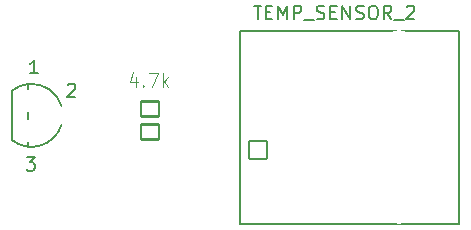
<source format=gto>
G04 #@! TF.GenerationSoftware,KiCad,Pcbnew,7.0.2*
G04 #@! TF.CreationDate,2024-01-01T15:48:02-07:00*
G04 #@! TF.ProjectId,Temperature Sensor Board 2,54656d70-6572-4617-9475-72652053656e,rev?*
G04 #@! TF.SameCoordinates,Original*
G04 #@! TF.FileFunction,Legend,Top*
G04 #@! TF.FilePolarity,Positive*
%FSLAX46Y46*%
G04 Gerber Fmt 4.6, Leading zero omitted, Abs format (unit mm)*
G04 Created by KiCad (PCBNEW 7.0.2) date 2024-01-01 15:48:02*
%MOMM*%
%LPD*%
G01*
G04 APERTURE LIST*
G04 Aperture macros list*
%AMRoundRect*
0 Rectangle with rounded corners*
0 $1 Rounding radius*
0 $2 $3 $4 $5 $6 $7 $8 $9 X,Y pos of 4 corners*
0 Add a 4 corners polygon primitive as box body*
4,1,4,$2,$3,$4,$5,$6,$7,$8,$9,$2,$3,0*
0 Add four circle primitives for the rounded corners*
1,1,$1+$1,$2,$3*
1,1,$1+$1,$4,$5*
1,1,$1+$1,$6,$7*
1,1,$1+$1,$8,$9*
0 Add four rect primitives between the rounded corners*
20,1,$1+$1,$2,$3,$4,$5,0*
20,1,$1+$1,$4,$5,$6,$7,0*
20,1,$1+$1,$6,$7,$8,$9,0*
20,1,$1+$1,$8,$9,$2,$3,0*%
%AMFreePoly0*
4,1,25,0.333266,0.742596,0.345389,0.732242,0.732242,0.345389,0.760749,0.289441,0.762000,0.273547,0.762000,-0.273547,0.742596,-0.333266,0.732242,-0.345389,0.345389,-0.732242,0.289441,-0.760749,0.273547,-0.762000,-0.273547,-0.762000,-0.333266,-0.742596,-0.345389,-0.732242,-0.732242,-0.345389,-0.760749,-0.289441,-0.762000,-0.273547,-0.762000,0.273547,-0.742596,0.333266,-0.732242,0.345389,
-0.345389,0.732242,-0.289441,0.760749,-0.273547,0.762000,0.273547,0.762000,0.333266,0.742596,0.333266,0.742596,$1*%
G04 Aperture macros list end*
%ADD10C,0.127000*%
%ADD11C,0.101600*%
%ADD12C,3.300000*%
%ADD13RoundRect,0.101600X0.754000X-0.754000X0.754000X0.754000X-0.754000X0.754000X-0.754000X-0.754000X0*%
%ADD14C,1.711200*%
%ADD15C,2.678200*%
%ADD16FreePoly0,270.000000*%
%ADD17RoundRect,0.101600X-0.750000X0.650000X-0.750000X-0.650000X0.750000X-0.650000X0.750000X0.650000X0*%
G04 APERTURE END LIST*
D10*
X133454497Y-84909472D02*
X134107640Y-84909472D01*
X133781068Y-86052472D02*
X133781068Y-84909472D01*
X134488639Y-85453758D02*
X134869639Y-85453758D01*
X135032925Y-86052472D02*
X134488639Y-86052472D01*
X134488639Y-86052472D02*
X134488639Y-84909472D01*
X134488639Y-84909472D02*
X135032925Y-84909472D01*
X135522782Y-86052472D02*
X135522782Y-84909472D01*
X135522782Y-84909472D02*
X135903782Y-85725901D01*
X135903782Y-85725901D02*
X136284782Y-84909472D01*
X136284782Y-84909472D02*
X136284782Y-86052472D01*
X136829068Y-86052472D02*
X136829068Y-84909472D01*
X136829068Y-84909472D02*
X137264497Y-84909472D01*
X137264497Y-84909472D02*
X137373354Y-84963901D01*
X137373354Y-84963901D02*
X137427783Y-85018329D01*
X137427783Y-85018329D02*
X137482211Y-85127186D01*
X137482211Y-85127186D02*
X137482211Y-85290472D01*
X137482211Y-85290472D02*
X137427783Y-85399329D01*
X137427783Y-85399329D02*
X137373354Y-85453758D01*
X137373354Y-85453758D02*
X137264497Y-85508186D01*
X137264497Y-85508186D02*
X136829068Y-85508186D01*
X137699926Y-86161329D02*
X138570783Y-86161329D01*
X138788497Y-85998044D02*
X138951783Y-86052472D01*
X138951783Y-86052472D02*
X139223925Y-86052472D01*
X139223925Y-86052472D02*
X139332783Y-85998044D01*
X139332783Y-85998044D02*
X139387211Y-85943615D01*
X139387211Y-85943615D02*
X139441640Y-85834758D01*
X139441640Y-85834758D02*
X139441640Y-85725901D01*
X139441640Y-85725901D02*
X139387211Y-85617044D01*
X139387211Y-85617044D02*
X139332783Y-85562615D01*
X139332783Y-85562615D02*
X139223925Y-85508186D01*
X139223925Y-85508186D02*
X139006211Y-85453758D01*
X139006211Y-85453758D02*
X138897354Y-85399329D01*
X138897354Y-85399329D02*
X138842925Y-85344901D01*
X138842925Y-85344901D02*
X138788497Y-85236044D01*
X138788497Y-85236044D02*
X138788497Y-85127186D01*
X138788497Y-85127186D02*
X138842925Y-85018329D01*
X138842925Y-85018329D02*
X138897354Y-84963901D01*
X138897354Y-84963901D02*
X139006211Y-84909472D01*
X139006211Y-84909472D02*
X139278354Y-84909472D01*
X139278354Y-84909472D02*
X139441640Y-84963901D01*
X139931496Y-85453758D02*
X140312496Y-85453758D01*
X140475782Y-86052472D02*
X139931496Y-86052472D01*
X139931496Y-86052472D02*
X139931496Y-84909472D01*
X139931496Y-84909472D02*
X140475782Y-84909472D01*
X140965639Y-86052472D02*
X140965639Y-84909472D01*
X140965639Y-84909472D02*
X141618782Y-86052472D01*
X141618782Y-86052472D02*
X141618782Y-84909472D01*
X142108640Y-85998044D02*
X142271926Y-86052472D01*
X142271926Y-86052472D02*
X142544068Y-86052472D01*
X142544068Y-86052472D02*
X142652926Y-85998044D01*
X142652926Y-85998044D02*
X142707354Y-85943615D01*
X142707354Y-85943615D02*
X142761783Y-85834758D01*
X142761783Y-85834758D02*
X142761783Y-85725901D01*
X142761783Y-85725901D02*
X142707354Y-85617044D01*
X142707354Y-85617044D02*
X142652926Y-85562615D01*
X142652926Y-85562615D02*
X142544068Y-85508186D01*
X142544068Y-85508186D02*
X142326354Y-85453758D01*
X142326354Y-85453758D02*
X142217497Y-85399329D01*
X142217497Y-85399329D02*
X142163068Y-85344901D01*
X142163068Y-85344901D02*
X142108640Y-85236044D01*
X142108640Y-85236044D02*
X142108640Y-85127186D01*
X142108640Y-85127186D02*
X142163068Y-85018329D01*
X142163068Y-85018329D02*
X142217497Y-84963901D01*
X142217497Y-84963901D02*
X142326354Y-84909472D01*
X142326354Y-84909472D02*
X142598497Y-84909472D01*
X142598497Y-84909472D02*
X142761783Y-84963901D01*
X143469354Y-84909472D02*
X143687068Y-84909472D01*
X143687068Y-84909472D02*
X143795925Y-84963901D01*
X143795925Y-84963901D02*
X143904782Y-85072758D01*
X143904782Y-85072758D02*
X143959211Y-85290472D01*
X143959211Y-85290472D02*
X143959211Y-85671472D01*
X143959211Y-85671472D02*
X143904782Y-85889186D01*
X143904782Y-85889186D02*
X143795925Y-85998044D01*
X143795925Y-85998044D02*
X143687068Y-86052472D01*
X143687068Y-86052472D02*
X143469354Y-86052472D01*
X143469354Y-86052472D02*
X143360497Y-85998044D01*
X143360497Y-85998044D02*
X143251639Y-85889186D01*
X143251639Y-85889186D02*
X143197211Y-85671472D01*
X143197211Y-85671472D02*
X143197211Y-85290472D01*
X143197211Y-85290472D02*
X143251639Y-85072758D01*
X143251639Y-85072758D02*
X143360497Y-84963901D01*
X143360497Y-84963901D02*
X143469354Y-84909472D01*
X145102211Y-86052472D02*
X144721211Y-85508186D01*
X144449068Y-86052472D02*
X144449068Y-84909472D01*
X144449068Y-84909472D02*
X144884497Y-84909472D01*
X144884497Y-84909472D02*
X144993354Y-84963901D01*
X144993354Y-84963901D02*
X145047783Y-85018329D01*
X145047783Y-85018329D02*
X145102211Y-85127186D01*
X145102211Y-85127186D02*
X145102211Y-85290472D01*
X145102211Y-85290472D02*
X145047783Y-85399329D01*
X145047783Y-85399329D02*
X144993354Y-85453758D01*
X144993354Y-85453758D02*
X144884497Y-85508186D01*
X144884497Y-85508186D02*
X144449068Y-85508186D01*
X145319926Y-86161329D02*
X146190783Y-86161329D01*
X146408497Y-85018329D02*
X146462925Y-84963901D01*
X146462925Y-84963901D02*
X146571783Y-84909472D01*
X146571783Y-84909472D02*
X146843925Y-84909472D01*
X146843925Y-84909472D02*
X146952783Y-84963901D01*
X146952783Y-84963901D02*
X147007211Y-85018329D01*
X147007211Y-85018329D02*
X147061640Y-85127186D01*
X147061640Y-85127186D02*
X147061640Y-85236044D01*
X147061640Y-85236044D02*
X147007211Y-85399329D01*
X147007211Y-85399329D02*
X146354068Y-86052472D01*
X146354068Y-86052472D02*
X147061640Y-86052472D01*
X117706497Y-91622329D02*
X117760925Y-91567901D01*
X117760925Y-91567901D02*
X117869783Y-91513472D01*
X117869783Y-91513472D02*
X118141925Y-91513472D01*
X118141925Y-91513472D02*
X118250783Y-91567901D01*
X118250783Y-91567901D02*
X118305211Y-91622329D01*
X118305211Y-91622329D02*
X118359640Y-91731186D01*
X118359640Y-91731186D02*
X118359640Y-91840044D01*
X118359640Y-91840044D02*
X118305211Y-92003329D01*
X118305211Y-92003329D02*
X117652068Y-92656472D01*
X117652068Y-92656472D02*
X118359640Y-92656472D01*
X115184640Y-90624472D02*
X114531497Y-90624472D01*
X114858068Y-90624472D02*
X114858068Y-89481472D01*
X114858068Y-89481472D02*
X114749211Y-89644758D01*
X114749211Y-89644758D02*
X114640354Y-89753615D01*
X114640354Y-89753615D02*
X114531497Y-89808044D01*
X114223068Y-97736472D02*
X114930640Y-97736472D01*
X114930640Y-97736472D02*
X114549640Y-98171901D01*
X114549640Y-98171901D02*
X114712925Y-98171901D01*
X114712925Y-98171901D02*
X114821783Y-98226329D01*
X114821783Y-98226329D02*
X114876211Y-98280758D01*
X114876211Y-98280758D02*
X114930640Y-98389615D01*
X114930640Y-98389615D02*
X114930640Y-98661758D01*
X114930640Y-98661758D02*
X114876211Y-98770615D01*
X114876211Y-98770615D02*
X114821783Y-98825044D01*
X114821783Y-98825044D02*
X114712925Y-98879472D01*
X114712925Y-98879472D02*
X114386354Y-98879472D01*
X114386354Y-98879472D02*
X114277497Y-98825044D01*
X114277497Y-98825044D02*
X114223068Y-98770615D01*
D11*
X123502534Y-90985430D02*
X123502534Y-91764364D01*
X123224343Y-90540326D02*
X122946153Y-91374897D01*
X122946153Y-91374897D02*
X123669448Y-91374897D01*
X124114553Y-91653087D02*
X124170191Y-91708726D01*
X124170191Y-91708726D02*
X124114553Y-91764364D01*
X124114553Y-91764364D02*
X124058915Y-91708726D01*
X124058915Y-91708726D02*
X124114553Y-91653087D01*
X124114553Y-91653087D02*
X124114553Y-91764364D01*
X124559658Y-90595964D02*
X125338591Y-90595964D01*
X125338591Y-90595964D02*
X124837848Y-91764364D01*
X125783696Y-91764364D02*
X125783696Y-90595964D01*
X125894972Y-91319259D02*
X126228801Y-91764364D01*
X126228801Y-90985430D02*
X125783696Y-91430535D01*
D10*
X132297354Y-103374354D02*
X150837354Y-103374354D01*
X132297354Y-103374354D02*
X132297354Y-87044354D01*
X150837354Y-103374354D02*
X150837354Y-87044354D01*
X132297354Y-87044354D02*
X150837354Y-87044354D01*
X114386354Y-91538454D02*
X114386354Y-91939654D01*
X112989354Y-92098854D02*
X112989354Y-96287854D01*
X114386354Y-93907054D02*
X114386354Y-94479654D01*
X114386354Y-96447054D02*
X114386354Y-96848254D01*
X117188854Y-93407055D02*
G75*
G03*
X114386354Y-91538455I-2548479J-786298D01*
G01*
X114386354Y-91538453D02*
G75*
G03*
X112989354Y-92098754I253950J-2654895D01*
G01*
X112989355Y-96287852D02*
G75*
G03*
X117188754Y-94979654I1650989J2094488D01*
G01*
%LPC*%
D12*
X142707354Y-100294354D03*
X142707354Y-90134354D03*
D13*
X133817354Y-97114354D03*
D14*
X133817354Y-94574354D03*
X133817354Y-92034354D03*
X136357354Y-98384354D03*
X136357354Y-95844354D03*
X136357354Y-93304354D03*
D15*
X145757354Y-102074354D03*
X145757354Y-88354354D03*
D16*
X114640354Y-92923354D03*
X116545354Y-94193354D03*
X114640354Y-95463354D03*
D17*
X124673354Y-93690354D03*
X124673354Y-95590354D03*
%LPD*%
M02*

</source>
